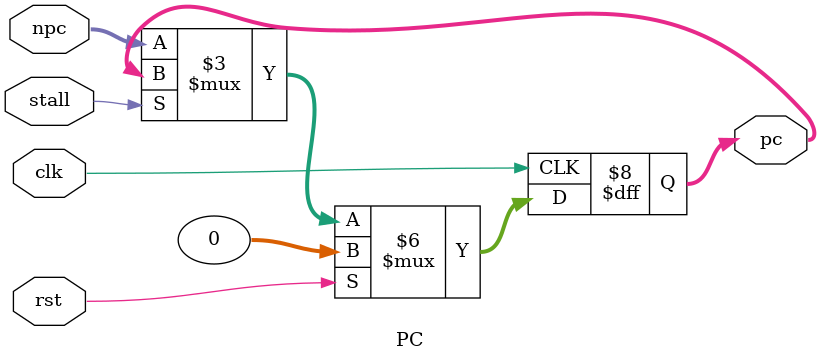
<source format=sv>
module PC (
    input  logic        clk, rst,
    input  logic [31:0] npc,
    input  logic        stall,
    output logic [31:0] pc
);

    always_ff @(posedge clk) begin
        if (rst) begin
            pc <= '0;
        end else if (!stall) begin
            pc <= npc;
        end
        // else 保持原值
    end

endmodule
</source>
